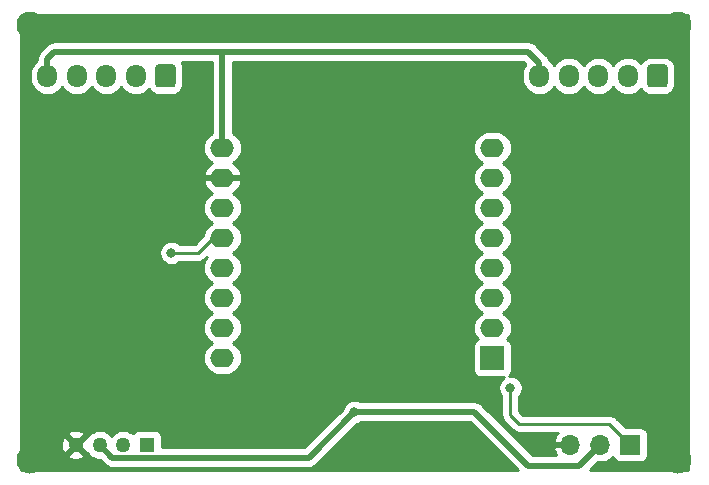
<source format=gbr>
%TF.GenerationSoftware,KiCad,Pcbnew,(5.1.10)-1*%
%TF.CreationDate,2022-04-18T16:41:03+02:00*%
%TF.ProjectId,ULN2803-Mosfet-S2-Mini,554c4e32-3830-4332-9d4d-6f736665742d,rev?*%
%TF.SameCoordinates,Original*%
%TF.FileFunction,Copper,L2,Bot*%
%TF.FilePolarity,Positive*%
%FSLAX46Y46*%
G04 Gerber Fmt 4.6, Leading zero omitted, Abs format (unit mm)*
G04 Created by KiCad (PCBNEW (5.1.10)-1) date 2022-04-18 16:41:03*
%MOMM*%
%LPD*%
G01*
G04 APERTURE LIST*
%TA.AperFunction,ComponentPad*%
%ADD10O,2.000000X1.600000*%
%TD*%
%TA.AperFunction,ComponentPad*%
%ADD11R,2.000000X2.000000*%
%TD*%
%TA.AperFunction,ComponentPad*%
%ADD12C,1.270000*%
%TD*%
%TA.AperFunction,ComponentPad*%
%ADD13R,1.270000X1.270000*%
%TD*%
%TA.AperFunction,ComponentPad*%
%ADD14O,1.700000X1.700000*%
%TD*%
%TA.AperFunction,ComponentPad*%
%ADD15R,1.700000X1.700000*%
%TD*%
%TA.AperFunction,ComponentPad*%
%ADD16O,1.700000X1.950000*%
%TD*%
%TA.AperFunction,ViaPad*%
%ADD17C,0.800000*%
%TD*%
%TA.AperFunction,ViaPad*%
%ADD18C,2.300000*%
%TD*%
%TA.AperFunction,Conductor*%
%ADD19C,0.250000*%
%TD*%
%TA.AperFunction,Conductor*%
%ADD20C,0.500000*%
%TD*%
%TA.AperFunction,Conductor*%
%ADD21C,0.254000*%
%TD*%
%TA.AperFunction,Conductor*%
%ADD22C,0.100000*%
%TD*%
G04 APERTURE END LIST*
D10*
%TO.P,U1,16*%
%TO.N,Net-(U1-Pad16)*%
X35560000Y-101600000D03*
%TO.P,U1,15*%
%TO.N,Net-(U1-Pad15)*%
X35560000Y-99060000D03*
%TO.P,U1,14*%
%TO.N,IN2*%
X35560000Y-96520000D03*
%TO.P,U1,13*%
%TO.N,IN3*%
X35560000Y-93980000D03*
%TO.P,U1,12*%
%TO.N,IN4*%
X35560000Y-91440000D03*
%TO.P,U1,11*%
%TO.N,IN1*%
X35560000Y-88900000D03*
%TO.P,U1,10*%
%TO.N,GND*%
X35560000Y-86360000D03*
%TO.P,U1,9*%
%TO.N,V6*%
X35560000Y-83820000D03*
%TO.P,U1,8*%
%TO.N,Net-(U1-Pad8)*%
X58420000Y-83820000D03*
%TO.P,U1,7*%
%TO.N,IN8*%
X58420000Y-86360000D03*
%TO.P,U1,6*%
%TO.N,IN5*%
X58420000Y-88900000D03*
%TO.P,U1,5*%
%TO.N,IN6*%
X58420000Y-91440000D03*
%TO.P,U1,4*%
%TO.N,IN7*%
X58420000Y-93980000D03*
%TO.P,U1,3*%
%TO.N,SERVO*%
X58420000Y-96520000D03*
D11*
%TO.P,U1,1*%
%TO.N,Net-(U1-Pad1)*%
X58420000Y-101600000D03*
D10*
%TO.P,U1,2*%
%TO.N,Net-(U1-Pad2)*%
X58420000Y-99060000D03*
%TD*%
D12*
%TO.P,J4,4*%
%TO.N,GND*%
X23162260Y-108966000D03*
%TO.P,J4,3*%
%TO.N,V6*%
X25163780Y-108966000D03*
%TO.P,J4,2*%
%TO.N,Net-(J4-Pad2)*%
X27160220Y-108966000D03*
D13*
%TO.P,J4,1*%
%TO.N,SERVO*%
X29161740Y-108966000D03*
%TD*%
D14*
%TO.P,J3,3*%
%TO.N,GND*%
X65024000Y-108966000D03*
%TO.P,J3,2*%
%TO.N,V6*%
X67564000Y-108966000D03*
D15*
%TO.P,J3,1*%
%TO.N,SERVO*%
X70104000Y-108966000D03*
%TD*%
%TO.P,J1,1*%
%TO.N,Net-(D4-Pad2)*%
%TA.AperFunction,ComponentPad*%
G36*
G01*
X31584000Y-76999000D02*
X31584000Y-78449000D01*
G75*
G02*
X31334000Y-78699000I-250000J0D01*
G01*
X30134000Y-78699000D01*
G75*
G02*
X29884000Y-78449000I0J250000D01*
G01*
X29884000Y-76999000D01*
G75*
G02*
X30134000Y-76749000I250000J0D01*
G01*
X31334000Y-76749000D01*
G75*
G02*
X31584000Y-76999000I0J-250000D01*
G01*
G37*
%TD.AperFunction*%
D16*
%TO.P,J1,2*%
%TO.N,Net-(D3-Pad2)*%
X28234000Y-77724000D03*
%TO.P,J1,3*%
%TO.N,Net-(D2-Pad2)*%
X25734000Y-77724000D03*
%TO.P,J1,4*%
%TO.N,Net-(D1-Pad2)*%
X23234000Y-77724000D03*
%TO.P,J1,5*%
%TO.N,V6*%
X20734000Y-77724000D03*
%TD*%
%TO.P,J2,1*%
%TO.N,Net-(D8-Pad2)*%
%TA.AperFunction,ComponentPad*%
G36*
G01*
X73240000Y-76999000D02*
X73240000Y-78449000D01*
G75*
G02*
X72990000Y-78699000I-250000J0D01*
G01*
X71790000Y-78699000D01*
G75*
G02*
X71540000Y-78449000I0J250000D01*
G01*
X71540000Y-76999000D01*
G75*
G02*
X71790000Y-76749000I250000J0D01*
G01*
X72990000Y-76749000D01*
G75*
G02*
X73240000Y-76999000I0J-250000D01*
G01*
G37*
%TD.AperFunction*%
%TO.P,J2,2*%
%TO.N,Net-(D7-Pad2)*%
X69890000Y-77724000D03*
%TO.P,J2,3*%
%TO.N,Net-(D6-Pad2)*%
X67390000Y-77724000D03*
%TO.P,J2,4*%
%TO.N,Net-(D5-Pad2)*%
X64890000Y-77724000D03*
%TO.P,J2,5*%
%TO.N,V6*%
X62390000Y-77724000D03*
%TD*%
D17*
%TO.N,GND*%
X20574000Y-83312000D03*
X24384000Y-83312000D03*
X27940000Y-83312000D03*
X31496000Y-83312000D03*
X62230000Y-83312000D03*
D18*
X19304000Y-73406000D03*
D17*
X66040000Y-83312000D03*
X69850000Y-83312000D03*
X73660000Y-83312000D03*
D18*
X19304000Y-110236000D03*
X74168000Y-110236000D03*
X74168000Y-73406000D03*
D17*
X39116000Y-107696000D03*
%TO.N,IN4*%
X31242000Y-92710000D03*
%TO.N,V6*%
X46736000Y-106172000D03*
%TO.N,SERVO*%
X59944000Y-104140000D03*
%TD*%
D19*
%TO.N,IN4*%
X31242000Y-92710000D02*
X33528000Y-92710000D01*
X34798000Y-91440000D02*
X35560000Y-91440000D01*
X33528000Y-92710000D02*
X34798000Y-91440000D01*
D20*
%TO.N,V6*%
X20734000Y-77724000D02*
X20734000Y-76294000D01*
X20734000Y-76294000D02*
X21336000Y-75692000D01*
X62390000Y-76614000D02*
X62390000Y-77724000D01*
X61468000Y-75692000D02*
X62390000Y-76614000D01*
X35560000Y-83820000D02*
X35560000Y-75692000D01*
X21336000Y-75692000D02*
X35560000Y-75692000D01*
X47498000Y-75692000D02*
X61468000Y-75692000D01*
X35560000Y-75692000D02*
X47498000Y-75692000D01*
X46736000Y-106172000D02*
X56896000Y-106172000D01*
X56896000Y-106172000D02*
X61468000Y-110744000D01*
X65786000Y-110744000D02*
X67564000Y-108966000D01*
X61468000Y-110744000D02*
X65786000Y-110744000D01*
X42856999Y-110051001D02*
X46736000Y-106172000D01*
X26248781Y-110051001D02*
X42856999Y-110051001D01*
X25163780Y-108966000D02*
X26248781Y-110051001D01*
D19*
%TO.N,SERVO*%
X59944000Y-104140000D02*
X59944000Y-106426000D01*
X59944000Y-106426000D02*
X60706000Y-107188000D01*
X68326000Y-107188000D02*
X70104000Y-108966000D01*
X60706000Y-107188000D02*
X68326000Y-107188000D01*
%TD*%
D21*
%TO.N,GND*%
X75007001Y-111075000D02*
X66706578Y-111075000D01*
X67345040Y-110436539D01*
X67417740Y-110451000D01*
X67710260Y-110451000D01*
X67997158Y-110393932D01*
X68267411Y-110281990D01*
X68510632Y-110119475D01*
X68642487Y-109987620D01*
X68664498Y-110060180D01*
X68723463Y-110170494D01*
X68802815Y-110267185D01*
X68899506Y-110346537D01*
X69009820Y-110405502D01*
X69129518Y-110441812D01*
X69254000Y-110454072D01*
X70954000Y-110454072D01*
X71078482Y-110441812D01*
X71198180Y-110405502D01*
X71308494Y-110346537D01*
X71405185Y-110267185D01*
X71484537Y-110170494D01*
X71543502Y-110060180D01*
X71579812Y-109940482D01*
X71592072Y-109816000D01*
X71592072Y-108116000D01*
X71579812Y-107991518D01*
X71543502Y-107871820D01*
X71484537Y-107761506D01*
X71405185Y-107664815D01*
X71308494Y-107585463D01*
X71198180Y-107526498D01*
X71078482Y-107490188D01*
X70954000Y-107477928D01*
X69690729Y-107477928D01*
X68889804Y-106677003D01*
X68866001Y-106647999D01*
X68750276Y-106553026D01*
X68618247Y-106482454D01*
X68474986Y-106438997D01*
X68363333Y-106428000D01*
X68363322Y-106428000D01*
X68326000Y-106424324D01*
X68288678Y-106428000D01*
X61020802Y-106428000D01*
X60704000Y-106111199D01*
X60704000Y-104843711D01*
X60747937Y-104799774D01*
X60861205Y-104630256D01*
X60939226Y-104441898D01*
X60979000Y-104241939D01*
X60979000Y-104038061D01*
X60939226Y-103838102D01*
X60861205Y-103649744D01*
X60747937Y-103480226D01*
X60603774Y-103336063D01*
X60434256Y-103222795D01*
X60245898Y-103144774D01*
X60045939Y-103105000D01*
X59842061Y-103105000D01*
X59793950Y-103114570D01*
X59871185Y-103051185D01*
X59950537Y-102954494D01*
X60009502Y-102844180D01*
X60045812Y-102724482D01*
X60058072Y-102600000D01*
X60058072Y-100600000D01*
X60045812Y-100475518D01*
X60009502Y-100355820D01*
X59950537Y-100245506D01*
X59871185Y-100148815D01*
X59774494Y-100069463D01*
X59686524Y-100022441D01*
X59818932Y-99861101D01*
X59952182Y-99611808D01*
X60034236Y-99341309D01*
X60061943Y-99060000D01*
X60034236Y-98778691D01*
X59952182Y-98508192D01*
X59818932Y-98258899D01*
X59639608Y-98040392D01*
X59421101Y-97861068D01*
X59288142Y-97790000D01*
X59421101Y-97718932D01*
X59639608Y-97539608D01*
X59818932Y-97321101D01*
X59952182Y-97071808D01*
X60034236Y-96801309D01*
X60061943Y-96520000D01*
X60034236Y-96238691D01*
X59952182Y-95968192D01*
X59818932Y-95718899D01*
X59639608Y-95500392D01*
X59421101Y-95321068D01*
X59288142Y-95250000D01*
X59421101Y-95178932D01*
X59639608Y-94999608D01*
X59818932Y-94781101D01*
X59952182Y-94531808D01*
X60034236Y-94261309D01*
X60061943Y-93980000D01*
X60034236Y-93698691D01*
X59952182Y-93428192D01*
X59818932Y-93178899D01*
X59639608Y-92960392D01*
X59421101Y-92781068D01*
X59288142Y-92710000D01*
X59421101Y-92638932D01*
X59639608Y-92459608D01*
X59818932Y-92241101D01*
X59952182Y-91991808D01*
X60034236Y-91721309D01*
X60061943Y-91440000D01*
X60034236Y-91158691D01*
X59952182Y-90888192D01*
X59818932Y-90638899D01*
X59639608Y-90420392D01*
X59421101Y-90241068D01*
X59288142Y-90170000D01*
X59421101Y-90098932D01*
X59639608Y-89919608D01*
X59818932Y-89701101D01*
X59952182Y-89451808D01*
X60034236Y-89181309D01*
X60061943Y-88900000D01*
X60034236Y-88618691D01*
X59952182Y-88348192D01*
X59818932Y-88098899D01*
X59639608Y-87880392D01*
X59421101Y-87701068D01*
X59288142Y-87630000D01*
X59421101Y-87558932D01*
X59639608Y-87379608D01*
X59818932Y-87161101D01*
X59952182Y-86911808D01*
X60034236Y-86641309D01*
X60061943Y-86360000D01*
X60034236Y-86078691D01*
X59952182Y-85808192D01*
X59818932Y-85558899D01*
X59639608Y-85340392D01*
X59421101Y-85161068D01*
X59288142Y-85090000D01*
X59421101Y-85018932D01*
X59639608Y-84839608D01*
X59818932Y-84621101D01*
X59952182Y-84371808D01*
X60034236Y-84101309D01*
X60061943Y-83820000D01*
X60034236Y-83538691D01*
X59952182Y-83268192D01*
X59818932Y-83018899D01*
X59639608Y-82800392D01*
X59421101Y-82621068D01*
X59171808Y-82487818D01*
X58901309Y-82405764D01*
X58690492Y-82385000D01*
X58149508Y-82385000D01*
X57938691Y-82405764D01*
X57668192Y-82487818D01*
X57418899Y-82621068D01*
X57200392Y-82800392D01*
X57021068Y-83018899D01*
X56887818Y-83268192D01*
X56805764Y-83538691D01*
X56778057Y-83820000D01*
X56805764Y-84101309D01*
X56887818Y-84371808D01*
X57021068Y-84621101D01*
X57200392Y-84839608D01*
X57418899Y-85018932D01*
X57551858Y-85090000D01*
X57418899Y-85161068D01*
X57200392Y-85340392D01*
X57021068Y-85558899D01*
X56887818Y-85808192D01*
X56805764Y-86078691D01*
X56778057Y-86360000D01*
X56805764Y-86641309D01*
X56887818Y-86911808D01*
X57021068Y-87161101D01*
X57200392Y-87379608D01*
X57418899Y-87558932D01*
X57551858Y-87630000D01*
X57418899Y-87701068D01*
X57200392Y-87880392D01*
X57021068Y-88098899D01*
X56887818Y-88348192D01*
X56805764Y-88618691D01*
X56778057Y-88900000D01*
X56805764Y-89181309D01*
X56887818Y-89451808D01*
X57021068Y-89701101D01*
X57200392Y-89919608D01*
X57418899Y-90098932D01*
X57551858Y-90170000D01*
X57418899Y-90241068D01*
X57200392Y-90420392D01*
X57021068Y-90638899D01*
X56887818Y-90888192D01*
X56805764Y-91158691D01*
X56778057Y-91440000D01*
X56805764Y-91721309D01*
X56887818Y-91991808D01*
X57021068Y-92241101D01*
X57200392Y-92459608D01*
X57418899Y-92638932D01*
X57551858Y-92710000D01*
X57418899Y-92781068D01*
X57200392Y-92960392D01*
X57021068Y-93178899D01*
X56887818Y-93428192D01*
X56805764Y-93698691D01*
X56778057Y-93980000D01*
X56805764Y-94261309D01*
X56887818Y-94531808D01*
X57021068Y-94781101D01*
X57200392Y-94999608D01*
X57418899Y-95178932D01*
X57551858Y-95250000D01*
X57418899Y-95321068D01*
X57200392Y-95500392D01*
X57021068Y-95718899D01*
X56887818Y-95968192D01*
X56805764Y-96238691D01*
X56778057Y-96520000D01*
X56805764Y-96801309D01*
X56887818Y-97071808D01*
X57021068Y-97321101D01*
X57200392Y-97539608D01*
X57418899Y-97718932D01*
X57551858Y-97790000D01*
X57418899Y-97861068D01*
X57200392Y-98040392D01*
X57021068Y-98258899D01*
X56887818Y-98508192D01*
X56805764Y-98778691D01*
X56778057Y-99060000D01*
X56805764Y-99341309D01*
X56887818Y-99611808D01*
X57021068Y-99861101D01*
X57153476Y-100022441D01*
X57065506Y-100069463D01*
X56968815Y-100148815D01*
X56889463Y-100245506D01*
X56830498Y-100355820D01*
X56794188Y-100475518D01*
X56781928Y-100600000D01*
X56781928Y-102600000D01*
X56794188Y-102724482D01*
X56830498Y-102844180D01*
X56889463Y-102954494D01*
X56968815Y-103051185D01*
X57065506Y-103130537D01*
X57175820Y-103189502D01*
X57295518Y-103225812D01*
X57420000Y-103238072D01*
X59420000Y-103238072D01*
X59432761Y-103236815D01*
X59284226Y-103336063D01*
X59140063Y-103480226D01*
X59026795Y-103649744D01*
X58948774Y-103838102D01*
X58909000Y-104038061D01*
X58909000Y-104241939D01*
X58948774Y-104441898D01*
X59026795Y-104630256D01*
X59140063Y-104799774D01*
X59184000Y-104843711D01*
X59184001Y-106388668D01*
X59180324Y-106426000D01*
X59194998Y-106574985D01*
X59238454Y-106718246D01*
X59309026Y-106850276D01*
X59359199Y-106911411D01*
X59404000Y-106966001D01*
X59432998Y-106989799D01*
X60142201Y-107699002D01*
X60165999Y-107728001D01*
X60281724Y-107822974D01*
X60413753Y-107893546D01*
X60557014Y-107937003D01*
X60668667Y-107948000D01*
X60668675Y-107948000D01*
X60706000Y-107951676D01*
X60743325Y-107948000D01*
X63951992Y-107948000D01*
X63828822Y-108084645D01*
X63679843Y-108334748D01*
X63582519Y-108609109D01*
X63703186Y-108839000D01*
X64897000Y-108839000D01*
X64897000Y-108819000D01*
X65151000Y-108819000D01*
X65151000Y-108839000D01*
X65171000Y-108839000D01*
X65171000Y-109093000D01*
X65151000Y-109093000D01*
X65151000Y-109113000D01*
X64897000Y-109113000D01*
X64897000Y-109093000D01*
X63703186Y-109093000D01*
X63582519Y-109322891D01*
X63679843Y-109597252D01*
X63828822Y-109847355D01*
X63839319Y-109859000D01*
X61834579Y-109859000D01*
X57552534Y-105576956D01*
X57524817Y-105543183D01*
X57390059Y-105432589D01*
X57236313Y-105350411D01*
X57069490Y-105299805D01*
X56939477Y-105287000D01*
X56939469Y-105287000D01*
X56896000Y-105282719D01*
X56852531Y-105287000D01*
X47274454Y-105287000D01*
X47226256Y-105254795D01*
X47037898Y-105176774D01*
X46837939Y-105137000D01*
X46634061Y-105137000D01*
X46434102Y-105176774D01*
X46245744Y-105254795D01*
X46076226Y-105368063D01*
X45932063Y-105512226D01*
X45818795Y-105681744D01*
X45740774Y-105870102D01*
X45729465Y-105926956D01*
X42490421Y-109166001D01*
X30434812Y-109166001D01*
X30434812Y-108331000D01*
X30422552Y-108206518D01*
X30386242Y-108086820D01*
X30327277Y-107976506D01*
X30247925Y-107879815D01*
X30151234Y-107800463D01*
X30040920Y-107741498D01*
X29921222Y-107705188D01*
X29796740Y-107692928D01*
X28526740Y-107692928D01*
X28402258Y-107705188D01*
X28282560Y-107741498D01*
X28172246Y-107800463D01*
X28075555Y-107879815D01*
X27996203Y-107976506D01*
X27985953Y-107995682D01*
X27969798Y-107979527D01*
X27761791Y-107840541D01*
X27530665Y-107744805D01*
X27285304Y-107696000D01*
X27035136Y-107696000D01*
X26789775Y-107744805D01*
X26558649Y-107840541D01*
X26350642Y-107979527D01*
X26173747Y-108156422D01*
X26162000Y-108174003D01*
X26150253Y-108156422D01*
X25973358Y-107979527D01*
X25765351Y-107840541D01*
X25534225Y-107744805D01*
X25288864Y-107696000D01*
X25038696Y-107696000D01*
X24793335Y-107744805D01*
X24562209Y-107840541D01*
X24354202Y-107979527D01*
X24177307Y-108156422D01*
X24092473Y-108283384D01*
X24037060Y-108270805D01*
X23341865Y-108966000D01*
X24037060Y-109661195D01*
X24092473Y-109648616D01*
X24177307Y-109775578D01*
X24354202Y-109952473D01*
X24562209Y-110091459D01*
X24793335Y-110187195D01*
X25038696Y-110236000D01*
X25182201Y-110236000D01*
X25592251Y-110646050D01*
X25619964Y-110679818D01*
X25653732Y-110707531D01*
X25653734Y-110707533D01*
X25698168Y-110743999D01*
X25754722Y-110790412D01*
X25908468Y-110872590D01*
X26075291Y-110923196D01*
X26205304Y-110936001D01*
X26205314Y-110936001D01*
X26248780Y-110940282D01*
X26292246Y-110936001D01*
X42813530Y-110936001D01*
X42856999Y-110940282D01*
X42900468Y-110936001D01*
X42900476Y-110936001D01*
X43030489Y-110923196D01*
X43197312Y-110872590D01*
X43351058Y-110790412D01*
X43485816Y-110679818D01*
X43513533Y-110646045D01*
X46981044Y-107178535D01*
X47037898Y-107167226D01*
X47226256Y-107089205D01*
X47274454Y-107057000D01*
X56529422Y-107057000D01*
X60547421Y-111075000D01*
X18465000Y-111075000D01*
X18465000Y-109840800D01*
X22467065Y-109840800D01*
X22518629Y-110067946D01*
X22745976Y-110172339D01*
X22989319Y-110230373D01*
X23239309Y-110239818D01*
X23486338Y-110200310D01*
X23720913Y-110113369D01*
X23805891Y-110067946D01*
X23857455Y-109840800D01*
X23162260Y-109145605D01*
X22467065Y-109840800D01*
X18465000Y-109840800D01*
X18465000Y-109043049D01*
X21888442Y-109043049D01*
X21927950Y-109290078D01*
X22014891Y-109524653D01*
X22060314Y-109609631D01*
X22287460Y-109661195D01*
X22982655Y-108966000D01*
X22287460Y-108270805D01*
X22060314Y-108322369D01*
X21955921Y-108549716D01*
X21897887Y-108793059D01*
X21888442Y-109043049D01*
X18465000Y-109043049D01*
X18465000Y-108091200D01*
X22467065Y-108091200D01*
X23162260Y-108786395D01*
X23857455Y-108091200D01*
X23805891Y-107864054D01*
X23578544Y-107759661D01*
X23335201Y-107701627D01*
X23085211Y-107692182D01*
X22838182Y-107731690D01*
X22603607Y-107818631D01*
X22518629Y-107864054D01*
X22467065Y-108091200D01*
X18465000Y-108091200D01*
X18465000Y-92608061D01*
X30207000Y-92608061D01*
X30207000Y-92811939D01*
X30246774Y-93011898D01*
X30324795Y-93200256D01*
X30438063Y-93369774D01*
X30582226Y-93513937D01*
X30751744Y-93627205D01*
X30940102Y-93705226D01*
X31140061Y-93745000D01*
X31343939Y-93745000D01*
X31543898Y-93705226D01*
X31732256Y-93627205D01*
X31901774Y-93513937D01*
X31945711Y-93470000D01*
X33490678Y-93470000D01*
X33528000Y-93473676D01*
X33565322Y-93470000D01*
X33565333Y-93470000D01*
X33676986Y-93459003D01*
X33820247Y-93415546D01*
X33952276Y-93344974D01*
X34068001Y-93250001D01*
X34091804Y-93220997D01*
X34285394Y-93027407D01*
X34161068Y-93178899D01*
X34027818Y-93428192D01*
X33945764Y-93698691D01*
X33918057Y-93980000D01*
X33945764Y-94261309D01*
X34027818Y-94531808D01*
X34161068Y-94781101D01*
X34340392Y-94999608D01*
X34558899Y-95178932D01*
X34691858Y-95250000D01*
X34558899Y-95321068D01*
X34340392Y-95500392D01*
X34161068Y-95718899D01*
X34027818Y-95968192D01*
X33945764Y-96238691D01*
X33918057Y-96520000D01*
X33945764Y-96801309D01*
X34027818Y-97071808D01*
X34161068Y-97321101D01*
X34340392Y-97539608D01*
X34558899Y-97718932D01*
X34691858Y-97790000D01*
X34558899Y-97861068D01*
X34340392Y-98040392D01*
X34161068Y-98258899D01*
X34027818Y-98508192D01*
X33945764Y-98778691D01*
X33918057Y-99060000D01*
X33945764Y-99341309D01*
X34027818Y-99611808D01*
X34161068Y-99861101D01*
X34340392Y-100079608D01*
X34558899Y-100258932D01*
X34691858Y-100330000D01*
X34558899Y-100401068D01*
X34340392Y-100580392D01*
X34161068Y-100798899D01*
X34027818Y-101048192D01*
X33945764Y-101318691D01*
X33918057Y-101600000D01*
X33945764Y-101881309D01*
X34027818Y-102151808D01*
X34161068Y-102401101D01*
X34340392Y-102619608D01*
X34558899Y-102798932D01*
X34808192Y-102932182D01*
X35078691Y-103014236D01*
X35289508Y-103035000D01*
X35830492Y-103035000D01*
X36041309Y-103014236D01*
X36311808Y-102932182D01*
X36561101Y-102798932D01*
X36779608Y-102619608D01*
X36958932Y-102401101D01*
X37092182Y-102151808D01*
X37174236Y-101881309D01*
X37201943Y-101600000D01*
X37174236Y-101318691D01*
X37092182Y-101048192D01*
X36958932Y-100798899D01*
X36779608Y-100580392D01*
X36561101Y-100401068D01*
X36428142Y-100330000D01*
X36561101Y-100258932D01*
X36779608Y-100079608D01*
X36958932Y-99861101D01*
X37092182Y-99611808D01*
X37174236Y-99341309D01*
X37201943Y-99060000D01*
X37174236Y-98778691D01*
X37092182Y-98508192D01*
X36958932Y-98258899D01*
X36779608Y-98040392D01*
X36561101Y-97861068D01*
X36428142Y-97790000D01*
X36561101Y-97718932D01*
X36779608Y-97539608D01*
X36958932Y-97321101D01*
X37092182Y-97071808D01*
X37174236Y-96801309D01*
X37201943Y-96520000D01*
X37174236Y-96238691D01*
X37092182Y-95968192D01*
X36958932Y-95718899D01*
X36779608Y-95500392D01*
X36561101Y-95321068D01*
X36428142Y-95250000D01*
X36561101Y-95178932D01*
X36779608Y-94999608D01*
X36958932Y-94781101D01*
X37092182Y-94531808D01*
X37174236Y-94261309D01*
X37201943Y-93980000D01*
X37174236Y-93698691D01*
X37092182Y-93428192D01*
X36958932Y-93178899D01*
X36779608Y-92960392D01*
X36561101Y-92781068D01*
X36428142Y-92710000D01*
X36561101Y-92638932D01*
X36779608Y-92459608D01*
X36958932Y-92241101D01*
X37092182Y-91991808D01*
X37174236Y-91721309D01*
X37201943Y-91440000D01*
X37174236Y-91158691D01*
X37092182Y-90888192D01*
X36958932Y-90638899D01*
X36779608Y-90420392D01*
X36561101Y-90241068D01*
X36428142Y-90170000D01*
X36561101Y-90098932D01*
X36779608Y-89919608D01*
X36958932Y-89701101D01*
X37092182Y-89451808D01*
X37174236Y-89181309D01*
X37201943Y-88900000D01*
X37174236Y-88618691D01*
X37092182Y-88348192D01*
X36958932Y-88098899D01*
X36779608Y-87880392D01*
X36561101Y-87701068D01*
X36431655Y-87631878D01*
X36449227Y-87624430D01*
X36682662Y-87465673D01*
X36880639Y-87264425D01*
X37035551Y-87028421D01*
X37141444Y-86766730D01*
X37151904Y-86709039D01*
X37029915Y-86487000D01*
X35687000Y-86487000D01*
X35687000Y-86507000D01*
X35433000Y-86507000D01*
X35433000Y-86487000D01*
X34090085Y-86487000D01*
X33968096Y-86709039D01*
X33978556Y-86766730D01*
X34084449Y-87028421D01*
X34239361Y-87264425D01*
X34437338Y-87465673D01*
X34670773Y-87624430D01*
X34688345Y-87631878D01*
X34558899Y-87701068D01*
X34340392Y-87880392D01*
X34161068Y-88098899D01*
X34027818Y-88348192D01*
X33945764Y-88618691D01*
X33918057Y-88900000D01*
X33945764Y-89181309D01*
X34027818Y-89451808D01*
X34161068Y-89701101D01*
X34340392Y-89919608D01*
X34558899Y-90098932D01*
X34691858Y-90170000D01*
X34558899Y-90241068D01*
X34340392Y-90420392D01*
X34161068Y-90638899D01*
X34027818Y-90888192D01*
X33945764Y-91158691D01*
X33939346Y-91223852D01*
X33213199Y-91950000D01*
X31945711Y-91950000D01*
X31901774Y-91906063D01*
X31732256Y-91792795D01*
X31543898Y-91714774D01*
X31343939Y-91675000D01*
X31140061Y-91675000D01*
X30940102Y-91714774D01*
X30751744Y-91792795D01*
X30582226Y-91906063D01*
X30438063Y-92050226D01*
X30324795Y-92219744D01*
X30246774Y-92408102D01*
X30207000Y-92608061D01*
X18465000Y-92608061D01*
X18465000Y-77526050D01*
X19249000Y-77526050D01*
X19249000Y-77921949D01*
X19270487Y-78140110D01*
X19355401Y-78420033D01*
X19493294Y-78678013D01*
X19678866Y-78904134D01*
X19904986Y-79089706D01*
X20162966Y-79227599D01*
X20442889Y-79312513D01*
X20734000Y-79341185D01*
X21025110Y-79312513D01*
X21305033Y-79227599D01*
X21563013Y-79089706D01*
X21789134Y-78904134D01*
X21974706Y-78678014D01*
X21984000Y-78660626D01*
X21993294Y-78678013D01*
X22178866Y-78904134D01*
X22404986Y-79089706D01*
X22662966Y-79227599D01*
X22942889Y-79312513D01*
X23234000Y-79341185D01*
X23525110Y-79312513D01*
X23805033Y-79227599D01*
X24063013Y-79089706D01*
X24289134Y-78904134D01*
X24474706Y-78678014D01*
X24484000Y-78660626D01*
X24493294Y-78678013D01*
X24678866Y-78904134D01*
X24904986Y-79089706D01*
X25162966Y-79227599D01*
X25442889Y-79312513D01*
X25734000Y-79341185D01*
X26025110Y-79312513D01*
X26305033Y-79227599D01*
X26563013Y-79089706D01*
X26789134Y-78904134D01*
X26974706Y-78678014D01*
X26984000Y-78660626D01*
X26993294Y-78678013D01*
X27178866Y-78904134D01*
X27404986Y-79089706D01*
X27662966Y-79227599D01*
X27942889Y-79312513D01*
X28234000Y-79341185D01*
X28525110Y-79312513D01*
X28805033Y-79227599D01*
X29063013Y-79089706D01*
X29289134Y-78904134D01*
X29341223Y-78840663D01*
X29395595Y-78942386D01*
X29506038Y-79076962D01*
X29640614Y-79187405D01*
X29794150Y-79269472D01*
X29960746Y-79320008D01*
X30134000Y-79337072D01*
X31334000Y-79337072D01*
X31507254Y-79320008D01*
X31673850Y-79269472D01*
X31827386Y-79187405D01*
X31961962Y-79076962D01*
X32072405Y-78942386D01*
X32154472Y-78788850D01*
X32205008Y-78622254D01*
X32222072Y-78449000D01*
X32222072Y-76999000D01*
X32205008Y-76825746D01*
X32154472Y-76659150D01*
X32110562Y-76577000D01*
X34675001Y-76577000D01*
X34675000Y-82559011D01*
X34558899Y-82621068D01*
X34340392Y-82800392D01*
X34161068Y-83018899D01*
X34027818Y-83268192D01*
X33945764Y-83538691D01*
X33918057Y-83820000D01*
X33945764Y-84101309D01*
X34027818Y-84371808D01*
X34161068Y-84621101D01*
X34340392Y-84839608D01*
X34558899Y-85018932D01*
X34688345Y-85088122D01*
X34670773Y-85095570D01*
X34437338Y-85254327D01*
X34239361Y-85455575D01*
X34084449Y-85691579D01*
X33978556Y-85953270D01*
X33968096Y-86010961D01*
X34090085Y-86233000D01*
X35433000Y-86233000D01*
X35433000Y-86213000D01*
X35687000Y-86213000D01*
X35687000Y-86233000D01*
X37029915Y-86233000D01*
X37151904Y-86010961D01*
X37141444Y-85953270D01*
X37035551Y-85691579D01*
X36880639Y-85455575D01*
X36682662Y-85254327D01*
X36449227Y-85095570D01*
X36431655Y-85088122D01*
X36561101Y-85018932D01*
X36779608Y-84839608D01*
X36958932Y-84621101D01*
X37092182Y-84371808D01*
X37174236Y-84101309D01*
X37201943Y-83820000D01*
X37174236Y-83538691D01*
X37092182Y-83268192D01*
X36958932Y-83018899D01*
X36779608Y-82800392D01*
X36561101Y-82621068D01*
X36445000Y-82559011D01*
X36445000Y-76577000D01*
X61101422Y-76577000D01*
X61214705Y-76690283D01*
X61149294Y-76769986D01*
X61011401Y-77027966D01*
X60926487Y-77307889D01*
X60905000Y-77526050D01*
X60905000Y-77921949D01*
X60926487Y-78140110D01*
X61011401Y-78420033D01*
X61149294Y-78678013D01*
X61334866Y-78904134D01*
X61560986Y-79089706D01*
X61818966Y-79227599D01*
X62098889Y-79312513D01*
X62390000Y-79341185D01*
X62681110Y-79312513D01*
X62961033Y-79227599D01*
X63219013Y-79089706D01*
X63445134Y-78904134D01*
X63630706Y-78678014D01*
X63640000Y-78660626D01*
X63649294Y-78678013D01*
X63834866Y-78904134D01*
X64060986Y-79089706D01*
X64318966Y-79227599D01*
X64598889Y-79312513D01*
X64890000Y-79341185D01*
X65181110Y-79312513D01*
X65461033Y-79227599D01*
X65719013Y-79089706D01*
X65945134Y-78904134D01*
X66130706Y-78678014D01*
X66140000Y-78660626D01*
X66149294Y-78678013D01*
X66334866Y-78904134D01*
X66560986Y-79089706D01*
X66818966Y-79227599D01*
X67098889Y-79312513D01*
X67390000Y-79341185D01*
X67681110Y-79312513D01*
X67961033Y-79227599D01*
X68219013Y-79089706D01*
X68445134Y-78904134D01*
X68630706Y-78678014D01*
X68640000Y-78660626D01*
X68649294Y-78678013D01*
X68834866Y-78904134D01*
X69060986Y-79089706D01*
X69318966Y-79227599D01*
X69598889Y-79312513D01*
X69890000Y-79341185D01*
X70181110Y-79312513D01*
X70461033Y-79227599D01*
X70719013Y-79089706D01*
X70945134Y-78904134D01*
X70997223Y-78840663D01*
X71051595Y-78942386D01*
X71162038Y-79076962D01*
X71296614Y-79187405D01*
X71450150Y-79269472D01*
X71616746Y-79320008D01*
X71790000Y-79337072D01*
X72990000Y-79337072D01*
X73163254Y-79320008D01*
X73329850Y-79269472D01*
X73483386Y-79187405D01*
X73617962Y-79076962D01*
X73728405Y-78942386D01*
X73810472Y-78788850D01*
X73861008Y-78622254D01*
X73878072Y-78449000D01*
X73878072Y-76999000D01*
X73861008Y-76825746D01*
X73810472Y-76659150D01*
X73728405Y-76505614D01*
X73617962Y-76371038D01*
X73483386Y-76260595D01*
X73329850Y-76178528D01*
X73163254Y-76127992D01*
X72990000Y-76110928D01*
X71790000Y-76110928D01*
X71616746Y-76127992D01*
X71450150Y-76178528D01*
X71296614Y-76260595D01*
X71162038Y-76371038D01*
X71051595Y-76505614D01*
X70997223Y-76607337D01*
X70945134Y-76543866D01*
X70719014Y-76358294D01*
X70461034Y-76220401D01*
X70181111Y-76135487D01*
X69890000Y-76106815D01*
X69598890Y-76135487D01*
X69318967Y-76220401D01*
X69060987Y-76358294D01*
X68834866Y-76543866D01*
X68649294Y-76769986D01*
X68640000Y-76787374D01*
X68630706Y-76769986D01*
X68445134Y-76543866D01*
X68219014Y-76358294D01*
X67961034Y-76220401D01*
X67681111Y-76135487D01*
X67390000Y-76106815D01*
X67098890Y-76135487D01*
X66818967Y-76220401D01*
X66560987Y-76358294D01*
X66334866Y-76543866D01*
X66149294Y-76769986D01*
X66140000Y-76787374D01*
X66130706Y-76769986D01*
X65945134Y-76543866D01*
X65719014Y-76358294D01*
X65461034Y-76220401D01*
X65181111Y-76135487D01*
X64890000Y-76106815D01*
X64598890Y-76135487D01*
X64318967Y-76220401D01*
X64060987Y-76358294D01*
X63834866Y-76543866D01*
X63649294Y-76769986D01*
X63640000Y-76787374D01*
X63630706Y-76769986D01*
X63445134Y-76543866D01*
X63243301Y-76378226D01*
X63211589Y-76273687D01*
X63129411Y-76119941D01*
X63018817Y-75985183D01*
X62985050Y-75957471D01*
X62124534Y-75096956D01*
X62096817Y-75063183D01*
X61962059Y-74952589D01*
X61808313Y-74870411D01*
X61641490Y-74819805D01*
X61511477Y-74807000D01*
X61511469Y-74807000D01*
X61468000Y-74802719D01*
X61424531Y-74807000D01*
X35603477Y-74807000D01*
X35560000Y-74802718D01*
X35516524Y-74807000D01*
X21379469Y-74807000D01*
X21336000Y-74802719D01*
X21292531Y-74807000D01*
X21292523Y-74807000D01*
X21162510Y-74819805D01*
X20995686Y-74870411D01*
X20841941Y-74952589D01*
X20740953Y-75035468D01*
X20740951Y-75035470D01*
X20707183Y-75063183D01*
X20679470Y-75096951D01*
X20138951Y-75637471D01*
X20105184Y-75665183D01*
X20077471Y-75698951D01*
X20077468Y-75698954D01*
X19994590Y-75799941D01*
X19912412Y-75953687D01*
X19861805Y-76120510D01*
X19844719Y-76294000D01*
X19849001Y-76337479D01*
X19849001Y-76404240D01*
X19678866Y-76543866D01*
X19493294Y-76769986D01*
X19355401Y-77027966D01*
X19270487Y-77307889D01*
X19249000Y-77526050D01*
X18465000Y-77526050D01*
X18465000Y-72567000D01*
X75007000Y-72567000D01*
X75007001Y-111075000D01*
%TA.AperFunction,Conductor*%
D22*
G36*
X75007001Y-111075000D02*
G01*
X66706578Y-111075000D01*
X67345040Y-110436539D01*
X67417740Y-110451000D01*
X67710260Y-110451000D01*
X67997158Y-110393932D01*
X68267411Y-110281990D01*
X68510632Y-110119475D01*
X68642487Y-109987620D01*
X68664498Y-110060180D01*
X68723463Y-110170494D01*
X68802815Y-110267185D01*
X68899506Y-110346537D01*
X69009820Y-110405502D01*
X69129518Y-110441812D01*
X69254000Y-110454072D01*
X70954000Y-110454072D01*
X71078482Y-110441812D01*
X71198180Y-110405502D01*
X71308494Y-110346537D01*
X71405185Y-110267185D01*
X71484537Y-110170494D01*
X71543502Y-110060180D01*
X71579812Y-109940482D01*
X71592072Y-109816000D01*
X71592072Y-108116000D01*
X71579812Y-107991518D01*
X71543502Y-107871820D01*
X71484537Y-107761506D01*
X71405185Y-107664815D01*
X71308494Y-107585463D01*
X71198180Y-107526498D01*
X71078482Y-107490188D01*
X70954000Y-107477928D01*
X69690729Y-107477928D01*
X68889804Y-106677003D01*
X68866001Y-106647999D01*
X68750276Y-106553026D01*
X68618247Y-106482454D01*
X68474986Y-106438997D01*
X68363333Y-106428000D01*
X68363322Y-106428000D01*
X68326000Y-106424324D01*
X68288678Y-106428000D01*
X61020802Y-106428000D01*
X60704000Y-106111199D01*
X60704000Y-104843711D01*
X60747937Y-104799774D01*
X60861205Y-104630256D01*
X60939226Y-104441898D01*
X60979000Y-104241939D01*
X60979000Y-104038061D01*
X60939226Y-103838102D01*
X60861205Y-103649744D01*
X60747937Y-103480226D01*
X60603774Y-103336063D01*
X60434256Y-103222795D01*
X60245898Y-103144774D01*
X60045939Y-103105000D01*
X59842061Y-103105000D01*
X59793950Y-103114570D01*
X59871185Y-103051185D01*
X59950537Y-102954494D01*
X60009502Y-102844180D01*
X60045812Y-102724482D01*
X60058072Y-102600000D01*
X60058072Y-100600000D01*
X60045812Y-100475518D01*
X60009502Y-100355820D01*
X59950537Y-100245506D01*
X59871185Y-100148815D01*
X59774494Y-100069463D01*
X59686524Y-100022441D01*
X59818932Y-99861101D01*
X59952182Y-99611808D01*
X60034236Y-99341309D01*
X60061943Y-99060000D01*
X60034236Y-98778691D01*
X59952182Y-98508192D01*
X59818932Y-98258899D01*
X59639608Y-98040392D01*
X59421101Y-97861068D01*
X59288142Y-97790000D01*
X59421101Y-97718932D01*
X59639608Y-97539608D01*
X59818932Y-97321101D01*
X59952182Y-97071808D01*
X60034236Y-96801309D01*
X60061943Y-96520000D01*
X60034236Y-96238691D01*
X59952182Y-95968192D01*
X59818932Y-95718899D01*
X59639608Y-95500392D01*
X59421101Y-95321068D01*
X59288142Y-95250000D01*
X59421101Y-95178932D01*
X59639608Y-94999608D01*
X59818932Y-94781101D01*
X59952182Y-94531808D01*
X60034236Y-94261309D01*
X60061943Y-93980000D01*
X60034236Y-93698691D01*
X59952182Y-93428192D01*
X59818932Y-93178899D01*
X59639608Y-92960392D01*
X59421101Y-92781068D01*
X59288142Y-92710000D01*
X59421101Y-92638932D01*
X59639608Y-92459608D01*
X59818932Y-92241101D01*
X59952182Y-91991808D01*
X60034236Y-91721309D01*
X60061943Y-91440000D01*
X60034236Y-91158691D01*
X59952182Y-90888192D01*
X59818932Y-90638899D01*
X59639608Y-90420392D01*
X59421101Y-90241068D01*
X59288142Y-90170000D01*
X59421101Y-90098932D01*
X59639608Y-89919608D01*
X59818932Y-89701101D01*
X59952182Y-89451808D01*
X60034236Y-89181309D01*
X60061943Y-88900000D01*
X60034236Y-88618691D01*
X59952182Y-88348192D01*
X59818932Y-88098899D01*
X59639608Y-87880392D01*
X59421101Y-87701068D01*
X59288142Y-87630000D01*
X59421101Y-87558932D01*
X59639608Y-87379608D01*
X59818932Y-87161101D01*
X59952182Y-86911808D01*
X60034236Y-86641309D01*
X60061943Y-86360000D01*
X60034236Y-86078691D01*
X59952182Y-85808192D01*
X59818932Y-85558899D01*
X59639608Y-85340392D01*
X59421101Y-85161068D01*
X59288142Y-85090000D01*
X59421101Y-85018932D01*
X59639608Y-84839608D01*
X59818932Y-84621101D01*
X59952182Y-84371808D01*
X60034236Y-84101309D01*
X60061943Y-83820000D01*
X60034236Y-83538691D01*
X59952182Y-83268192D01*
X59818932Y-83018899D01*
X59639608Y-82800392D01*
X59421101Y-82621068D01*
X59171808Y-82487818D01*
X58901309Y-82405764D01*
X58690492Y-82385000D01*
X58149508Y-82385000D01*
X57938691Y-82405764D01*
X57668192Y-82487818D01*
X57418899Y-82621068D01*
X57200392Y-82800392D01*
X57021068Y-83018899D01*
X56887818Y-83268192D01*
X56805764Y-83538691D01*
X56778057Y-83820000D01*
X56805764Y-84101309D01*
X56887818Y-84371808D01*
X57021068Y-84621101D01*
X57200392Y-84839608D01*
X57418899Y-85018932D01*
X57551858Y-85090000D01*
X57418899Y-85161068D01*
X57200392Y-85340392D01*
X57021068Y-85558899D01*
X56887818Y-85808192D01*
X56805764Y-86078691D01*
X56778057Y-86360000D01*
X56805764Y-86641309D01*
X56887818Y-86911808D01*
X57021068Y-87161101D01*
X57200392Y-87379608D01*
X57418899Y-87558932D01*
X57551858Y-87630000D01*
X57418899Y-87701068D01*
X57200392Y-87880392D01*
X57021068Y-88098899D01*
X56887818Y-88348192D01*
X56805764Y-88618691D01*
X56778057Y-88900000D01*
X56805764Y-89181309D01*
X56887818Y-89451808D01*
X57021068Y-89701101D01*
X57200392Y-89919608D01*
X57418899Y-90098932D01*
X57551858Y-90170000D01*
X57418899Y-90241068D01*
X57200392Y-90420392D01*
X57021068Y-90638899D01*
X56887818Y-90888192D01*
X56805764Y-91158691D01*
X56778057Y-91440000D01*
X56805764Y-91721309D01*
X56887818Y-91991808D01*
X57021068Y-92241101D01*
X57200392Y-92459608D01*
X57418899Y-92638932D01*
X57551858Y-92710000D01*
X57418899Y-92781068D01*
X57200392Y-92960392D01*
X57021068Y-93178899D01*
X56887818Y-93428192D01*
X56805764Y-93698691D01*
X56778057Y-93980000D01*
X56805764Y-94261309D01*
X56887818Y-94531808D01*
X57021068Y-94781101D01*
X57200392Y-94999608D01*
X57418899Y-95178932D01*
X57551858Y-95250000D01*
X57418899Y-95321068D01*
X57200392Y-95500392D01*
X57021068Y-95718899D01*
X56887818Y-95968192D01*
X56805764Y-96238691D01*
X56778057Y-96520000D01*
X56805764Y-96801309D01*
X56887818Y-97071808D01*
X57021068Y-97321101D01*
X57200392Y-97539608D01*
X57418899Y-97718932D01*
X57551858Y-97790000D01*
X57418899Y-97861068D01*
X57200392Y-98040392D01*
X57021068Y-98258899D01*
X56887818Y-98508192D01*
X56805764Y-98778691D01*
X56778057Y-99060000D01*
X56805764Y-99341309D01*
X56887818Y-99611808D01*
X57021068Y-99861101D01*
X57153476Y-100022441D01*
X57065506Y-100069463D01*
X56968815Y-100148815D01*
X56889463Y-100245506D01*
X56830498Y-100355820D01*
X56794188Y-100475518D01*
X56781928Y-100600000D01*
X56781928Y-102600000D01*
X56794188Y-102724482D01*
X56830498Y-102844180D01*
X56889463Y-102954494D01*
X56968815Y-103051185D01*
X57065506Y-103130537D01*
X57175820Y-103189502D01*
X57295518Y-103225812D01*
X57420000Y-103238072D01*
X59420000Y-103238072D01*
X59432761Y-103236815D01*
X59284226Y-103336063D01*
X59140063Y-103480226D01*
X59026795Y-103649744D01*
X58948774Y-103838102D01*
X58909000Y-104038061D01*
X58909000Y-104241939D01*
X58948774Y-104441898D01*
X59026795Y-104630256D01*
X59140063Y-104799774D01*
X59184000Y-104843711D01*
X59184001Y-106388668D01*
X59180324Y-106426000D01*
X59194998Y-106574985D01*
X59238454Y-106718246D01*
X59309026Y-106850276D01*
X59359199Y-106911411D01*
X59404000Y-106966001D01*
X59432998Y-106989799D01*
X60142201Y-107699002D01*
X60165999Y-107728001D01*
X60281724Y-107822974D01*
X60413753Y-107893546D01*
X60557014Y-107937003D01*
X60668667Y-107948000D01*
X60668675Y-107948000D01*
X60706000Y-107951676D01*
X60743325Y-107948000D01*
X63951992Y-107948000D01*
X63828822Y-108084645D01*
X63679843Y-108334748D01*
X63582519Y-108609109D01*
X63703186Y-108839000D01*
X64897000Y-108839000D01*
X64897000Y-108819000D01*
X65151000Y-108819000D01*
X65151000Y-108839000D01*
X65171000Y-108839000D01*
X65171000Y-109093000D01*
X65151000Y-109093000D01*
X65151000Y-109113000D01*
X64897000Y-109113000D01*
X64897000Y-109093000D01*
X63703186Y-109093000D01*
X63582519Y-109322891D01*
X63679843Y-109597252D01*
X63828822Y-109847355D01*
X63839319Y-109859000D01*
X61834579Y-109859000D01*
X57552534Y-105576956D01*
X57524817Y-105543183D01*
X57390059Y-105432589D01*
X57236313Y-105350411D01*
X57069490Y-105299805D01*
X56939477Y-105287000D01*
X56939469Y-105287000D01*
X56896000Y-105282719D01*
X56852531Y-105287000D01*
X47274454Y-105287000D01*
X47226256Y-105254795D01*
X47037898Y-105176774D01*
X46837939Y-105137000D01*
X46634061Y-105137000D01*
X46434102Y-105176774D01*
X46245744Y-105254795D01*
X46076226Y-105368063D01*
X45932063Y-105512226D01*
X45818795Y-105681744D01*
X45740774Y-105870102D01*
X45729465Y-105926956D01*
X42490421Y-109166001D01*
X30434812Y-109166001D01*
X30434812Y-108331000D01*
X30422552Y-108206518D01*
X30386242Y-108086820D01*
X30327277Y-107976506D01*
X30247925Y-107879815D01*
X30151234Y-107800463D01*
X30040920Y-107741498D01*
X29921222Y-107705188D01*
X29796740Y-107692928D01*
X28526740Y-107692928D01*
X28402258Y-107705188D01*
X28282560Y-107741498D01*
X28172246Y-107800463D01*
X28075555Y-107879815D01*
X27996203Y-107976506D01*
X27985953Y-107995682D01*
X27969798Y-107979527D01*
X27761791Y-107840541D01*
X27530665Y-107744805D01*
X27285304Y-107696000D01*
X27035136Y-107696000D01*
X26789775Y-107744805D01*
X26558649Y-107840541D01*
X26350642Y-107979527D01*
X26173747Y-108156422D01*
X26162000Y-108174003D01*
X26150253Y-108156422D01*
X25973358Y-107979527D01*
X25765351Y-107840541D01*
X25534225Y-107744805D01*
X25288864Y-107696000D01*
X25038696Y-107696000D01*
X24793335Y-107744805D01*
X24562209Y-107840541D01*
X24354202Y-107979527D01*
X24177307Y-108156422D01*
X24092473Y-108283384D01*
X24037060Y-108270805D01*
X23341865Y-108966000D01*
X24037060Y-109661195D01*
X24092473Y-109648616D01*
X24177307Y-109775578D01*
X24354202Y-109952473D01*
X24562209Y-110091459D01*
X24793335Y-110187195D01*
X25038696Y-110236000D01*
X25182201Y-110236000D01*
X25592251Y-110646050D01*
X25619964Y-110679818D01*
X25653732Y-110707531D01*
X25653734Y-110707533D01*
X25698168Y-110743999D01*
X25754722Y-110790412D01*
X25908468Y-110872590D01*
X26075291Y-110923196D01*
X26205304Y-110936001D01*
X26205314Y-110936001D01*
X26248780Y-110940282D01*
X26292246Y-110936001D01*
X42813530Y-110936001D01*
X42856999Y-110940282D01*
X42900468Y-110936001D01*
X42900476Y-110936001D01*
X43030489Y-110923196D01*
X43197312Y-110872590D01*
X43351058Y-110790412D01*
X43485816Y-110679818D01*
X43513533Y-110646045D01*
X46981044Y-107178535D01*
X47037898Y-107167226D01*
X47226256Y-107089205D01*
X47274454Y-107057000D01*
X56529422Y-107057000D01*
X60547421Y-111075000D01*
X18465000Y-111075000D01*
X18465000Y-109840800D01*
X22467065Y-109840800D01*
X22518629Y-110067946D01*
X22745976Y-110172339D01*
X22989319Y-110230373D01*
X23239309Y-110239818D01*
X23486338Y-110200310D01*
X23720913Y-110113369D01*
X23805891Y-110067946D01*
X23857455Y-109840800D01*
X23162260Y-109145605D01*
X22467065Y-109840800D01*
X18465000Y-109840800D01*
X18465000Y-109043049D01*
X21888442Y-109043049D01*
X21927950Y-109290078D01*
X22014891Y-109524653D01*
X22060314Y-109609631D01*
X22287460Y-109661195D01*
X22982655Y-108966000D01*
X22287460Y-108270805D01*
X22060314Y-108322369D01*
X21955921Y-108549716D01*
X21897887Y-108793059D01*
X21888442Y-109043049D01*
X18465000Y-109043049D01*
X18465000Y-108091200D01*
X22467065Y-108091200D01*
X23162260Y-108786395D01*
X23857455Y-108091200D01*
X23805891Y-107864054D01*
X23578544Y-107759661D01*
X23335201Y-107701627D01*
X23085211Y-107692182D01*
X22838182Y-107731690D01*
X22603607Y-107818631D01*
X22518629Y-107864054D01*
X22467065Y-108091200D01*
X18465000Y-108091200D01*
X18465000Y-92608061D01*
X30207000Y-92608061D01*
X30207000Y-92811939D01*
X30246774Y-93011898D01*
X30324795Y-93200256D01*
X30438063Y-93369774D01*
X30582226Y-93513937D01*
X30751744Y-93627205D01*
X30940102Y-93705226D01*
X31140061Y-93745000D01*
X31343939Y-93745000D01*
X31543898Y-93705226D01*
X31732256Y-93627205D01*
X31901774Y-93513937D01*
X31945711Y-93470000D01*
X33490678Y-93470000D01*
X33528000Y-93473676D01*
X33565322Y-93470000D01*
X33565333Y-93470000D01*
X33676986Y-93459003D01*
X33820247Y-93415546D01*
X33952276Y-93344974D01*
X34068001Y-93250001D01*
X34091804Y-93220997D01*
X34285394Y-93027407D01*
X34161068Y-93178899D01*
X34027818Y-93428192D01*
X33945764Y-93698691D01*
X33918057Y-93980000D01*
X33945764Y-94261309D01*
X34027818Y-94531808D01*
X34161068Y-94781101D01*
X34340392Y-94999608D01*
X34558899Y-95178932D01*
X34691858Y-95250000D01*
X34558899Y-95321068D01*
X34340392Y-95500392D01*
X34161068Y-95718899D01*
X34027818Y-95968192D01*
X33945764Y-96238691D01*
X33918057Y-96520000D01*
X33945764Y-96801309D01*
X34027818Y-97071808D01*
X34161068Y-97321101D01*
X34340392Y-97539608D01*
X34558899Y-97718932D01*
X34691858Y-97790000D01*
X34558899Y-97861068D01*
X34340392Y-98040392D01*
X34161068Y-98258899D01*
X34027818Y-98508192D01*
X33945764Y-98778691D01*
X33918057Y-99060000D01*
X33945764Y-99341309D01*
X34027818Y-99611808D01*
X34161068Y-99861101D01*
X34340392Y-100079608D01*
X34558899Y-100258932D01*
X34691858Y-100330000D01*
X34558899Y-100401068D01*
X34340392Y-100580392D01*
X34161068Y-100798899D01*
X34027818Y-101048192D01*
X33945764Y-101318691D01*
X33918057Y-101600000D01*
X33945764Y-101881309D01*
X34027818Y-102151808D01*
X34161068Y-102401101D01*
X34340392Y-102619608D01*
X34558899Y-102798932D01*
X34808192Y-102932182D01*
X35078691Y-103014236D01*
X35289508Y-103035000D01*
X35830492Y-103035000D01*
X36041309Y-103014236D01*
X36311808Y-102932182D01*
X36561101Y-102798932D01*
X36779608Y-102619608D01*
X36958932Y-102401101D01*
X37092182Y-102151808D01*
X37174236Y-101881309D01*
X37201943Y-101600000D01*
X37174236Y-101318691D01*
X37092182Y-101048192D01*
X36958932Y-100798899D01*
X36779608Y-100580392D01*
X36561101Y-100401068D01*
X36428142Y-100330000D01*
X36561101Y-100258932D01*
X36779608Y-100079608D01*
X36958932Y-99861101D01*
X37092182Y-99611808D01*
X37174236Y-99341309D01*
X37201943Y-99060000D01*
X37174236Y-98778691D01*
X37092182Y-98508192D01*
X36958932Y-98258899D01*
X36779608Y-98040392D01*
X36561101Y-97861068D01*
X36428142Y-97790000D01*
X36561101Y-97718932D01*
X36779608Y-97539608D01*
X36958932Y-97321101D01*
X37092182Y-97071808D01*
X37174236Y-96801309D01*
X37201943Y-96520000D01*
X37174236Y-96238691D01*
X37092182Y-95968192D01*
X36958932Y-95718899D01*
X36779608Y-95500392D01*
X36561101Y-95321068D01*
X36428142Y-95250000D01*
X36561101Y-95178932D01*
X36779608Y-94999608D01*
X36958932Y-94781101D01*
X37092182Y-94531808D01*
X37174236Y-94261309D01*
X37201943Y-93980000D01*
X37174236Y-93698691D01*
X37092182Y-93428192D01*
X36958932Y-93178899D01*
X36779608Y-92960392D01*
X36561101Y-92781068D01*
X36428142Y-92710000D01*
X36561101Y-92638932D01*
X36779608Y-92459608D01*
X36958932Y-92241101D01*
X37092182Y-91991808D01*
X37174236Y-91721309D01*
X37201943Y-91440000D01*
X37174236Y-91158691D01*
X37092182Y-90888192D01*
X36958932Y-90638899D01*
X36779608Y-90420392D01*
X36561101Y-90241068D01*
X36428142Y-90170000D01*
X36561101Y-90098932D01*
X36779608Y-89919608D01*
X36958932Y-89701101D01*
X37092182Y-89451808D01*
X37174236Y-89181309D01*
X37201943Y-88900000D01*
X37174236Y-88618691D01*
X37092182Y-88348192D01*
X36958932Y-88098899D01*
X36779608Y-87880392D01*
X36561101Y-87701068D01*
X36431655Y-87631878D01*
X36449227Y-87624430D01*
X36682662Y-87465673D01*
X36880639Y-87264425D01*
X37035551Y-87028421D01*
X37141444Y-86766730D01*
X37151904Y-86709039D01*
X37029915Y-86487000D01*
X35687000Y-86487000D01*
X35687000Y-86507000D01*
X35433000Y-86507000D01*
X35433000Y-86487000D01*
X34090085Y-86487000D01*
X33968096Y-86709039D01*
X33978556Y-86766730D01*
X34084449Y-87028421D01*
X34239361Y-87264425D01*
X34437338Y-87465673D01*
X34670773Y-87624430D01*
X34688345Y-87631878D01*
X34558899Y-87701068D01*
X34340392Y-87880392D01*
X34161068Y-88098899D01*
X34027818Y-88348192D01*
X33945764Y-88618691D01*
X33918057Y-88900000D01*
X33945764Y-89181309D01*
X34027818Y-89451808D01*
X34161068Y-89701101D01*
X34340392Y-89919608D01*
X34558899Y-90098932D01*
X34691858Y-90170000D01*
X34558899Y-90241068D01*
X34340392Y-90420392D01*
X34161068Y-90638899D01*
X34027818Y-90888192D01*
X33945764Y-91158691D01*
X33939346Y-91223852D01*
X33213199Y-91950000D01*
X31945711Y-91950000D01*
X31901774Y-91906063D01*
X31732256Y-91792795D01*
X31543898Y-91714774D01*
X31343939Y-91675000D01*
X31140061Y-91675000D01*
X30940102Y-91714774D01*
X30751744Y-91792795D01*
X30582226Y-91906063D01*
X30438063Y-92050226D01*
X30324795Y-92219744D01*
X30246774Y-92408102D01*
X30207000Y-92608061D01*
X18465000Y-92608061D01*
X18465000Y-77526050D01*
X19249000Y-77526050D01*
X19249000Y-77921949D01*
X19270487Y-78140110D01*
X19355401Y-78420033D01*
X19493294Y-78678013D01*
X19678866Y-78904134D01*
X19904986Y-79089706D01*
X20162966Y-79227599D01*
X20442889Y-79312513D01*
X20734000Y-79341185D01*
X21025110Y-79312513D01*
X21305033Y-79227599D01*
X21563013Y-79089706D01*
X21789134Y-78904134D01*
X21974706Y-78678014D01*
X21984000Y-78660626D01*
X21993294Y-78678013D01*
X22178866Y-78904134D01*
X22404986Y-79089706D01*
X22662966Y-79227599D01*
X22942889Y-79312513D01*
X23234000Y-79341185D01*
X23525110Y-79312513D01*
X23805033Y-79227599D01*
X24063013Y-79089706D01*
X24289134Y-78904134D01*
X24474706Y-78678014D01*
X24484000Y-78660626D01*
X24493294Y-78678013D01*
X24678866Y-78904134D01*
X24904986Y-79089706D01*
X25162966Y-79227599D01*
X25442889Y-79312513D01*
X25734000Y-79341185D01*
X26025110Y-79312513D01*
X26305033Y-79227599D01*
X26563013Y-79089706D01*
X26789134Y-78904134D01*
X26974706Y-78678014D01*
X26984000Y-78660626D01*
X26993294Y-78678013D01*
X27178866Y-78904134D01*
X27404986Y-79089706D01*
X27662966Y-79227599D01*
X27942889Y-79312513D01*
X28234000Y-79341185D01*
X28525110Y-79312513D01*
X28805033Y-79227599D01*
X29063013Y-79089706D01*
X29289134Y-78904134D01*
X29341223Y-78840663D01*
X29395595Y-78942386D01*
X29506038Y-79076962D01*
X29640614Y-79187405D01*
X29794150Y-79269472D01*
X29960746Y-79320008D01*
X30134000Y-79337072D01*
X31334000Y-79337072D01*
X31507254Y-79320008D01*
X31673850Y-79269472D01*
X31827386Y-79187405D01*
X31961962Y-79076962D01*
X32072405Y-78942386D01*
X32154472Y-78788850D01*
X32205008Y-78622254D01*
X32222072Y-78449000D01*
X32222072Y-76999000D01*
X32205008Y-76825746D01*
X32154472Y-76659150D01*
X32110562Y-76577000D01*
X34675001Y-76577000D01*
X34675000Y-82559011D01*
X34558899Y-82621068D01*
X34340392Y-82800392D01*
X34161068Y-83018899D01*
X34027818Y-83268192D01*
X33945764Y-83538691D01*
X33918057Y-83820000D01*
X33945764Y-84101309D01*
X34027818Y-84371808D01*
X34161068Y-84621101D01*
X34340392Y-84839608D01*
X34558899Y-85018932D01*
X34688345Y-85088122D01*
X34670773Y-85095570D01*
X34437338Y-85254327D01*
X34239361Y-85455575D01*
X34084449Y-85691579D01*
X33978556Y-85953270D01*
X33968096Y-86010961D01*
X34090085Y-86233000D01*
X35433000Y-86233000D01*
X35433000Y-86213000D01*
X35687000Y-86213000D01*
X35687000Y-86233000D01*
X37029915Y-86233000D01*
X37151904Y-86010961D01*
X37141444Y-85953270D01*
X37035551Y-85691579D01*
X36880639Y-85455575D01*
X36682662Y-85254327D01*
X36449227Y-85095570D01*
X36431655Y-85088122D01*
X36561101Y-85018932D01*
X36779608Y-84839608D01*
X36958932Y-84621101D01*
X37092182Y-84371808D01*
X37174236Y-84101309D01*
X37201943Y-83820000D01*
X37174236Y-83538691D01*
X37092182Y-83268192D01*
X36958932Y-83018899D01*
X36779608Y-82800392D01*
X36561101Y-82621068D01*
X36445000Y-82559011D01*
X36445000Y-76577000D01*
X61101422Y-76577000D01*
X61214705Y-76690283D01*
X61149294Y-76769986D01*
X61011401Y-77027966D01*
X60926487Y-77307889D01*
X60905000Y-77526050D01*
X60905000Y-77921949D01*
X60926487Y-78140110D01*
X61011401Y-78420033D01*
X61149294Y-78678013D01*
X61334866Y-78904134D01*
X61560986Y-79089706D01*
X61818966Y-79227599D01*
X62098889Y-79312513D01*
X62390000Y-79341185D01*
X62681110Y-79312513D01*
X62961033Y-79227599D01*
X63219013Y-79089706D01*
X63445134Y-78904134D01*
X63630706Y-78678014D01*
X63640000Y-78660626D01*
X63649294Y-78678013D01*
X63834866Y-78904134D01*
X64060986Y-79089706D01*
X64318966Y-79227599D01*
X64598889Y-79312513D01*
X64890000Y-79341185D01*
X65181110Y-79312513D01*
X65461033Y-79227599D01*
X65719013Y-79089706D01*
X65945134Y-78904134D01*
X66130706Y-78678014D01*
X66140000Y-78660626D01*
X66149294Y-78678013D01*
X66334866Y-78904134D01*
X66560986Y-79089706D01*
X66818966Y-79227599D01*
X67098889Y-79312513D01*
X67390000Y-79341185D01*
X67681110Y-79312513D01*
X67961033Y-79227599D01*
X68219013Y-79089706D01*
X68445134Y-78904134D01*
X68630706Y-78678014D01*
X68640000Y-78660626D01*
X68649294Y-78678013D01*
X68834866Y-78904134D01*
X69060986Y-79089706D01*
X69318966Y-79227599D01*
X69598889Y-79312513D01*
X69890000Y-79341185D01*
X70181110Y-79312513D01*
X70461033Y-79227599D01*
X70719013Y-79089706D01*
X70945134Y-78904134D01*
X70997223Y-78840663D01*
X71051595Y-78942386D01*
X71162038Y-79076962D01*
X71296614Y-79187405D01*
X71450150Y-79269472D01*
X71616746Y-79320008D01*
X71790000Y-79337072D01*
X72990000Y-79337072D01*
X73163254Y-79320008D01*
X73329850Y-79269472D01*
X73483386Y-79187405D01*
X73617962Y-79076962D01*
X73728405Y-78942386D01*
X73810472Y-78788850D01*
X73861008Y-78622254D01*
X73878072Y-78449000D01*
X73878072Y-76999000D01*
X73861008Y-76825746D01*
X73810472Y-76659150D01*
X73728405Y-76505614D01*
X73617962Y-76371038D01*
X73483386Y-76260595D01*
X73329850Y-76178528D01*
X73163254Y-76127992D01*
X72990000Y-76110928D01*
X71790000Y-76110928D01*
X71616746Y-76127992D01*
X71450150Y-76178528D01*
X71296614Y-76260595D01*
X71162038Y-76371038D01*
X71051595Y-76505614D01*
X70997223Y-76607337D01*
X70945134Y-76543866D01*
X70719014Y-76358294D01*
X70461034Y-76220401D01*
X70181111Y-76135487D01*
X69890000Y-76106815D01*
X69598890Y-76135487D01*
X69318967Y-76220401D01*
X69060987Y-76358294D01*
X68834866Y-76543866D01*
X68649294Y-76769986D01*
X68640000Y-76787374D01*
X68630706Y-76769986D01*
X68445134Y-76543866D01*
X68219014Y-76358294D01*
X67961034Y-76220401D01*
X67681111Y-76135487D01*
X67390000Y-76106815D01*
X67098890Y-76135487D01*
X66818967Y-76220401D01*
X66560987Y-76358294D01*
X66334866Y-76543866D01*
X66149294Y-76769986D01*
X66140000Y-76787374D01*
X66130706Y-76769986D01*
X65945134Y-76543866D01*
X65719014Y-76358294D01*
X65461034Y-76220401D01*
X65181111Y-76135487D01*
X64890000Y-76106815D01*
X64598890Y-76135487D01*
X64318967Y-76220401D01*
X64060987Y-76358294D01*
X63834866Y-76543866D01*
X63649294Y-76769986D01*
X63640000Y-76787374D01*
X63630706Y-76769986D01*
X63445134Y-76543866D01*
X63243301Y-76378226D01*
X63211589Y-76273687D01*
X63129411Y-76119941D01*
X63018817Y-75985183D01*
X62985050Y-75957471D01*
X62124534Y-75096956D01*
X62096817Y-75063183D01*
X61962059Y-74952589D01*
X61808313Y-74870411D01*
X61641490Y-74819805D01*
X61511477Y-74807000D01*
X61511469Y-74807000D01*
X61468000Y-74802719D01*
X61424531Y-74807000D01*
X35603477Y-74807000D01*
X35560000Y-74802718D01*
X35516524Y-74807000D01*
X21379469Y-74807000D01*
X21336000Y-74802719D01*
X21292531Y-74807000D01*
X21292523Y-74807000D01*
X21162510Y-74819805D01*
X20995686Y-74870411D01*
X20841941Y-74952589D01*
X20740953Y-75035468D01*
X20740951Y-75035470D01*
X20707183Y-75063183D01*
X20679470Y-75096951D01*
X20138951Y-75637471D01*
X20105184Y-75665183D01*
X20077471Y-75698951D01*
X20077468Y-75698954D01*
X19994590Y-75799941D01*
X19912412Y-75953687D01*
X19861805Y-76120510D01*
X19844719Y-76294000D01*
X19849001Y-76337479D01*
X19849001Y-76404240D01*
X19678866Y-76543866D01*
X19493294Y-76769986D01*
X19355401Y-77027966D01*
X19270487Y-77307889D01*
X19249000Y-77526050D01*
X18465000Y-77526050D01*
X18465000Y-72567000D01*
X75007000Y-72567000D01*
X75007001Y-111075000D01*
G37*
%TD.AperFunction*%
%TD*%
M02*

</source>
